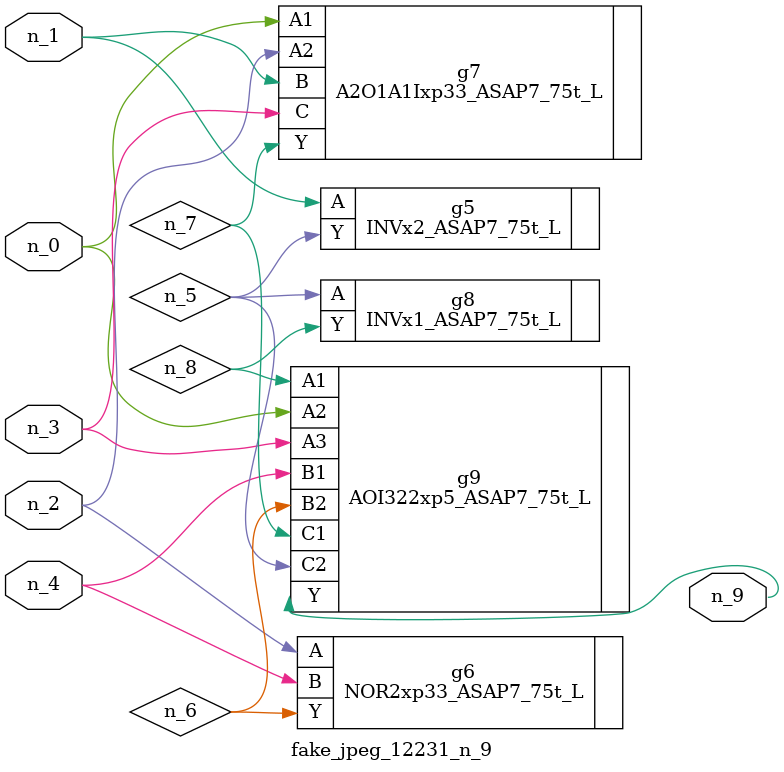
<source format=v>
module fake_jpeg_12231_n_9 (n_3, n_2, n_1, n_0, n_4, n_9);

input n_3;
input n_2;
input n_1;
input n_0;
input n_4;

output n_9;

wire n_8;
wire n_6;
wire n_5;
wire n_7;

INVx2_ASAP7_75t_L g5 ( 
.A(n_1),
.Y(n_5)
);

NOR2xp33_ASAP7_75t_L g6 ( 
.A(n_2),
.B(n_4),
.Y(n_6)
);

A2O1A1Ixp33_ASAP7_75t_L g7 ( 
.A1(n_0),
.A2(n_2),
.B(n_1),
.C(n_3),
.Y(n_7)
);

INVx1_ASAP7_75t_L g8 ( 
.A(n_5),
.Y(n_8)
);

AOI322xp5_ASAP7_75t_L g9 ( 
.A1(n_8),
.A2(n_0),
.A3(n_3),
.B1(n_4),
.B2(n_6),
.C1(n_7),
.C2(n_5),
.Y(n_9)
);


endmodule
</source>
